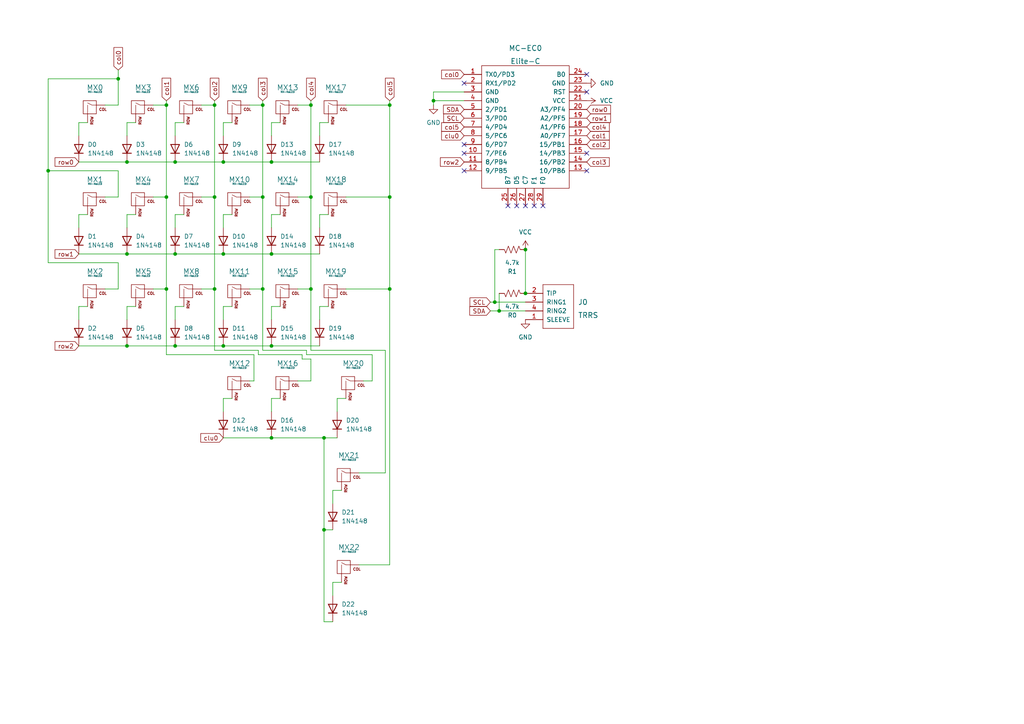
<source format=kicad_sch>
(kicad_sch (version 20211123) (generator eeschema)
  (paper "A4")
  (title_block (date "2022-05-15") (rev "0.0.1a") (comment 1 "A keyboard designed by Travis Rigg"))
  (lib_symbols
    (symbol "Device:R_US" (pin_numbers hide) (pin_names (offset 0))
      (property "Reference" "R" (at 2.54 0 90))
      (property "Value" "R_US" (at -2.54 0 90))
      (symbol "R_US_0_1"
        (polyline (pts (xy 0 -2.286) (xy 0 -2.54)))
        (polyline (pts (xy 0 2.286) (xy 0 2.54)))
        (polyline (pts (xy 0 -0.762) (xy 1.016 -1.143) (xy 0 -1.524) (xy -1.016 -1.905) (xy 0 -2.286)))
        (polyline (pts (xy 0 0.762) (xy 1.016 0.381) (xy 0 0) (xy -1.016 -0.381) (xy 0 -0.762)))
        (polyline (pts (xy 0 2.286) (xy 1.016 1.905) (xy 0 1.524) (xy -1.016 1.143) (xy 0 0.762)))
      )
      (symbol "R_US_1_1"
        (pin passive line (at 0 3.81 270) (length 1.27) (name "~") (number "1"))
        (pin passive line (at 0 -3.81 90) (length 1.27) (name "~") (number "2"))
      )
    )
    (symbol "Diode:1N4148" (pin_numbers hide) (pin_names (offset 1.016) hide)
      (property "Reference" "D" (at 0 2.54 0))
      (property "Value" "1N4148" (at 0 -2.54 0))
      (symbol "1N4148_0_1"
        (polyline (pts (xy -1.27 1.27) (xy -1.27 -1.27)) (stroke (width 0.254)))
        (polyline (pts (xy 1.27 0) (xy -1.27 0)))
        (polyline (pts (xy 1.27 1.27) (xy 1.27 -1.27) (xy -1.27 0) (xy 1.27 1.27)) (stroke (width 0.254)))
      )
      (symbol "1N4148_1_1"
        (pin passive line (at -3.81 0 0) (length 2.54) (name "K") (number "1"))
        (pin passive line (at 3.81 0 180) (length 2.54) (name "A") (number "2"))
      )
    )
    (symbol "MX_Alps_Hybrid:MX-NoLED" (pin_names (offset 1.016))
      (property "Reference" "MX" (at -0.635 3.81 0))
      (property "Value" "MX-NoLED" (at -0.635 1.27 0))
      (symbol "MX-NoLED_0_0"
        (rectangle (start -2.54 2.54) (end 1.27 -1.27))
        (polyline (pts (xy -1.27 -1.27) (xy -1.27 1.27)) (stroke (width 0.127)))
        (polyline (pts (xy 1.27 1.27) (xy 0 1.27) (xy -1.27 1.905)) (stroke (width 0.127)))
        (text "COL" (at 3.175 0 0) (effects (font (size 0.762 0.762))))
        (text "ROW" (at 0 -1.905 900) (effects (font (size 0.762 0.762)) (justify right)))
      )
      (symbol "MX-NoLED_1_1"
        (pin passive line (at 3.81 1.27 180) (length 2.54) (name "COL") (number "1"))
        (pin passive line (at -1.27 -3.81 90) (length 2.54) (name "ROW") (number "2"))
      )
    )
    (symbol "keebio:Elite-C" (pin_names (offset 1.016))
      (property "Reference" "U" (at 0 0 0))
      (property "Value" "Elite-C" (at 0 2.54 0))
      (symbol "Elite-C_0_1"
        (rectangle (start 12.7 -19.05) (end -12.7 16.51))
      )
      (symbol "Elite-C_1_1"
        (pin input line (at -17.78 13.97 0) (length 5.08) (name "TX0/PD3") (number "1"))
        (pin input line (at -17.78 -8.89 0) (length 5.08) (name "7/PE6") (number "10"))
        (pin input line (at -17.78 -11.43 0) (length 5.08) (name "8/PB4") (number "11"))
        (pin input line (at -17.78 -13.97 0) (length 5.08) (name "9/PB5") (number "12"))
        (pin input line (at 17.78 -13.97 180) (length 5.08) (name "10/PB6") (number "13"))
        (pin input line (at 17.78 -11.43 180) (length 5.08) (name "16/PB2") (number "14"))
        (pin input line (at 17.78 -8.89 180) (length 5.08) (name "14/PB3") (number "15"))
        (pin input line (at 17.78 -6.35 180) (length 5.08) (name "15/PB1") (number "16"))
        (pin input line (at 17.78 -3.81 180) (length 5.08) (name "A0/PF7") (number "17"))
        (pin input line (at 17.78 -1.27 180) (length 5.08) (name "A1/PF6") (number "18"))
        (pin input line (at 17.78 1.27 180) (length 5.08) (name "A2/PF5") (number "19"))
        (pin input line (at -17.78 11.43 0) (length 5.08) (name "RX1/PD2") (number "2"))
        (pin input line (at 17.78 3.81 180) (length 5.08) (name "A3/PF4") (number "20"))
        (pin input line (at 17.78 6.35 180) (length 5.08) (name "VCC") (number "21"))
        (pin input line (at 17.78 8.89 180) (length 5.08) (name "RST") (number "22"))
        (pin input line (at 17.78 11.43 180) (length 5.08) (name "GND") (number "23"))
        (pin input line (at 17.78 13.97 180) (length 5.08) (name "B0") (number "24"))
        (pin input line (at -5.08 -24.13 90) (length 5.08) (name "B7") (number "25"))
        (pin input line (at -2.54 -24.13 90) (length 5.08) (name "D5") (number "26"))
        (pin input line (at 0 -24.13 90) (length 5.08) (name "C7") (number "27"))
        (pin input line (at 2.54 -24.13 90) (length 5.08) (name "F1") (number "28"))
        (pin input line (at 5.08 -24.13 90) (length 5.08) (name "F0") (number "29"))
        (pin input line (at -17.78 8.89 0) (length 5.08) (name "GND") (number "3"))
        (pin input line (at -17.78 6.35 0) (length 5.08) (name "GND") (number "4"))
        (pin input line (at -17.78 3.81 0) (length 5.08) (name "2/PD1") (number "5"))
        (pin input line (at -17.78 1.27 0) (length 5.08) (name "3/PD0") (number "6"))
        (pin input line (at -17.78 -1.27 0) (length 5.08) (name "4/PD4") (number "7"))
        (pin input line (at -17.78 -3.81 0) (length 5.08) (name "5/PC6") (number "8"))
        (pin input line (at -17.78 -6.35 0) (length 5.08) (name "6/PD7") (number "9"))
      )
    )
    (symbol "keebio:TRRS" (pin_names (offset 1.016))
      (property "Reference" "U" (at 0 15.24 0))
      (property "Value" "TRRS" (at 0 -2.54 0))
      (symbol "TRRS_0_1"
        (rectangle (start -3.81 0) (end -3.81 12.7))
        (rectangle (start -3.81 12.7) (end 5.08 12.7))
        (rectangle (start 5.08 0) (end -3.81 0))
        (rectangle (start 5.08 12.7) (end 5.08 0))
      )
      (symbol "TRRS_1_1"
        (pin input line (at -8.89 2.54 0) (length 5.08) (name "SLEEVE") (number "1"))
        (pin input line (at -8.89 10.16 0) (length 5.08) (name "TIP") (number "2"))
        (pin input line (at -8.89 7.62 0) (length 5.08) (name "RING1") (number "3"))
        (pin input line (at -8.89 5.08 0) (length 5.08) (name "RING2") (number "4"))
      )
    )
    (symbol "power:GND" (power) (pin_names (offset 0))
      (property "Value" "GND" (at 0 -3.81 0))
      (symbol "GND_0_1"
        (polyline (pts (xy 0 0) (xy 0 -1.27) (xy 1.27 -1.27) (xy 0 -2.54) (xy -1.27 -1.27) (xy 0 -1.27)))
      )
      (symbol "GND_1_1"
        (pin power_in line (at 0 0 270) (length 0) hide (name "GND") (number "1"))
      )
    )
    (symbol "power:VCC" (power) (pin_names (offset 0))
      (property "Value" "VCC" (at 0 3.81 0))
      (symbol "VCC_0_1"
        (polyline (pts (xy -0.762 1.27) (xy 0 2.54)))
        (polyline (pts (xy 0 0) (xy 0 2.54)))
        (polyline (pts (xy 0 2.54) (xy 0.762 1.27)))
      )
      (symbol "VCC_1_1"
        (pin power_in line (at 0 0 90) (length 0) hide (name "VCC") (number "1"))
      )
    )
  )
  (junction (at 76.2 30.48))
  (junction (at 62.23 83.82))
  (junction (at 48.26 57.15))
  (junction (at 78.74 46.99))
  (junction (at 78.74 127))
  (junction (at 125.73 29.21))
  (junction (at 36.83 46.99))
  (junction (at 76.2 57.15))
  (junction (at 152.4 85.09))
  (junction (at 144.78 90.17))
  (junction (at 48.26 83.82))
  (junction (at 36.83 100.33))
  (junction (at 90.17 83.82))
  (junction (at 90.17 57.15))
  (junction (at 64.77 46.99))
  (junction (at 36.83 73.66))
  (junction (at 50.8 46.99))
  (junction (at 93.98 127))
  (junction (at 90.17 30.48))
  (junction (at 50.8 100.33))
  (junction (at 48.26 30.48))
  (junction (at 13.97 49.53))
  (junction (at 93.98 153.67))
  (junction (at 78.74 73.66))
  (junction (at 76.2 83.82))
  (junction (at 152.4 72.39))
  (junction (at 50.8 73.66))
  (junction (at 64.77 73.66))
  (junction (at 113.03 57.15))
  (junction (at 62.23 30.48))
  (junction (at 34.29 22.86))
  (junction (at 113.03 30.48))
  (junction (at 143.51 87.63))
  (junction (at 64.77 100.33))
  (junction (at 113.03 83.82))
  (junction (at 62.23 57.15))
  (junction (at 78.74 100.33))
  (no_connect (at 134.62 41.91))
  (no_connect (at 134.62 44.45))
  (no_connect (at 157.48 59.69))
  (no_connect (at 134.62 24.13))
  (no_connect (at 134.62 49.53))
  (no_connect (at 149.86 59.69))
  (no_connect (at 154.94 59.69))
  (no_connect (at 147.32 59.69))
  (no_connect (at 152.4 59.69))
  (no_connect (at 170.18 26.67))
  (no_connect (at 170.18 21.59))
  (no_connect (at 170.18 44.45))
  (no_connect (at 170.18 49.53))
  (wire (pts (xy 64.77 88.9) (xy 64.77 92.71)))
  (wire (pts (xy 39.37 62.23) (xy 36.83 62.23)))
  (wire (pts (xy 53.34 88.9) (xy 50.8 88.9)))
  (wire (pts (xy 144.78 85.09) (xy 144.78 90.17)))
  (wire (pts (xy 50.8 88.9) (xy 50.8 92.71)))
  (wire (pts (xy 97.79 115.57) (xy 97.79 119.38)))
  (wire (pts (xy 50.8 62.23) (xy 50.8 66.04)))
  (wire (pts (xy 50.8 73.66) (xy 64.77 73.66)))
  (wire (pts (xy 13.97 22.86) (xy 13.97 49.53)))
  (wire (pts (xy 34.29 22.86) (xy 34.29 30.48)))
  (wire (pts (xy 134.62 29.21) (xy 125.73 29.21)))
  (wire (pts (xy 113.03 83.82) (xy 113.03 163.83)))
  (wire (pts (xy 88.9 102.87) (xy 88.9 101.6)))
  (wire (pts (xy 62.23 29.21) (xy 62.23 30.48)))
  (wire (pts (xy 62.23 57.15) (xy 62.23 83.82)))
  (wire (pts (xy 72.39 110.49) (xy 73.66 110.49)))
  (wire (pts (xy 81.28 35.56) (xy 78.74 35.56)))
  (wire (pts (xy 78.74 115.57) (xy 78.74 119.38)))
  (wire (pts (xy 78.74 62.23) (xy 78.74 66.04)))
  (wire (pts (xy 36.83 35.56) (xy 36.83 39.37)))
  (wire (pts (xy 92.71 62.23) (xy 92.71 66.04)))
  (wire (pts (xy 72.39 30.48) (xy 76.2 30.48)))
  (wire (pts (xy 22.86 73.66) (xy 36.83 73.66)))
  (wire (pts (xy 78.74 35.56) (xy 78.74 39.37)))
  (wire (pts (xy 86.36 30.48) (xy 90.17 30.48)))
  (wire (pts (xy 67.31 62.23) (xy 64.77 62.23)))
  (wire (pts (xy 36.83 100.33) (xy 50.8 100.33)))
  (wire (pts (xy 144.78 90.17) (xy 152.4 90.17)))
  (wire (pts (xy 64.77 46.99) (xy 78.74 46.99)))
  (wire (pts (xy 64.77 62.23) (xy 64.77 66.04)))
  (wire (pts (xy 86.36 110.49) (xy 90.17 110.49)))
  (wire (pts (xy 22.86 46.99) (xy 36.83 46.99)))
  (wire (pts (xy 125.73 26.67) (xy 125.73 29.21)))
  (wire (pts (xy 111.76 137.16) (xy 111.76 101.6)))
  (wire (pts (xy 81.28 115.57) (xy 78.74 115.57)))
  (wire (pts (xy 48.26 57.15) (xy 48.26 83.82)))
  (wire (pts (xy 143.51 87.63) (xy 152.4 87.63)))
  (wire (pts (xy 48.26 83.82) (xy 44.45 83.82)))
  (wire (pts (xy 95.25 35.56) (xy 92.71 35.56)))
  (wire (pts (xy 96.52 168.91) (xy 96.52 172.72)))
  (wire (pts (xy 76.2 57.15) (xy 76.2 83.82)))
  (wire (pts (xy 99.06 168.91) (xy 96.52 168.91)))
  (wire (pts (xy 90.17 30.48) (xy 90.17 57.15)))
  (wire (pts (xy 67.31 115.57) (xy 64.77 115.57)))
  (wire (pts (xy 100.33 57.15) (xy 113.03 57.15)))
  (wire (pts (xy 78.74 88.9) (xy 78.74 92.71)))
  (wire (pts (xy 72.39 57.15) (xy 76.2 57.15)))
  (wire (pts (xy 62.23 101.6) (xy 62.23 83.82)))
  (wire (pts (xy 36.83 88.9) (xy 36.83 92.71)))
  (wire (pts (xy 44.45 30.48) (xy 48.26 30.48)))
  (wire (pts (xy 104.14 163.83) (xy 113.03 163.83)))
  (wire (pts (xy 144.78 72.39) (xy 143.51 72.39)))
  (wire (pts (xy 34.29 22.86) (xy 13.97 22.86)))
  (wire (pts (xy 105.41 110.49) (xy 107.95 110.49)))
  (wire (pts (xy 39.37 88.9) (xy 36.83 88.9)))
  (wire (pts (xy 25.4 62.23) (xy 22.86 62.23)))
  (wire (pts (xy 22.86 35.56) (xy 22.86 39.37)))
  (wire (pts (xy 58.42 57.15) (xy 62.23 57.15)))
  (wire (pts (xy 48.26 29.21) (xy 48.26 30.48)))
  (wire (pts (xy 81.28 62.23) (xy 78.74 62.23)))
  (wire (pts (xy 50.8 46.99) (xy 64.77 46.99)))
  (wire (pts (xy 67.31 88.9) (xy 64.77 88.9)))
  (wire (pts (xy 13.97 49.53) (xy 34.29 49.53)))
  (wire (pts (xy 36.83 73.66) (xy 50.8 73.66)))
  (wire (pts (xy 90.17 104.14) (xy 87.63 104.14)))
  (wire (pts (xy 76.2 101.6) (xy 76.2 83.82)))
  (wire (pts (xy 48.26 30.48) (xy 48.26 57.15)))
  (wire (pts (xy 104.14 137.16) (xy 111.76 137.16)))
  (wire (pts (xy 74.93 101.6) (xy 62.23 101.6)))
  (wire (pts (xy 88.9 101.6) (xy 76.2 101.6)))
  (wire (pts (xy 113.03 57.15) (xy 113.03 83.82)))
  (wire (pts (xy 50.8 35.56) (xy 50.8 39.37)))
  (wire (pts (xy 78.74 46.99) (xy 92.71 46.99)))
  (wire (pts (xy 30.48 30.48) (xy 34.29 30.48)))
  (wire (pts (xy 78.74 73.66) (xy 92.71 73.66)))
  (wire (pts (xy 76.2 29.21) (xy 76.2 30.48)))
  (wire (pts (xy 34.29 76.2) (xy 34.29 83.82)))
  (wire (pts (xy 86.36 83.82) (xy 90.17 83.82)))
  (wire (pts (xy 58.42 30.48) (xy 62.23 30.48)))
  (wire (pts (xy 95.25 88.9) (xy 92.71 88.9)))
  (wire (pts (xy 100.33 83.82) (xy 113.03 83.82)))
  (wire (pts (xy 152.4 72.39) (xy 152.4 85.09)))
  (wire (pts (xy 100.33 115.57) (xy 97.79 115.57)))
  (wire (pts (xy 62.23 30.48) (xy 62.23 57.15)))
  (wire (pts (xy 36.83 46.99) (xy 50.8 46.99)))
  (wire (pts (xy 64.77 127) (xy 78.74 127)))
  (wire (pts (xy 90.17 57.15) (xy 90.17 83.82)))
  (wire (pts (xy 90.17 101.6) (xy 90.17 83.82)))
  (wire (pts (xy 113.03 30.48) (xy 113.03 57.15)))
  (wire (pts (xy 34.29 49.53) (xy 34.29 57.15)))
  (wire (pts (xy 67.31 35.56) (xy 64.77 35.56)))
  (wire (pts (xy 107.95 110.49) (xy 107.95 102.87)))
  (wire (pts (xy 100.33 30.48) (xy 113.03 30.48)))
  (wire (pts (xy 50.8 100.33) (xy 64.77 100.33)))
  (wire (pts (xy 111.76 101.6) (xy 90.17 101.6)))
  (wire (pts (xy 76.2 30.48) (xy 76.2 57.15)))
  (wire (pts (xy 92.71 35.56) (xy 92.71 39.37)))
  (wire (pts (xy 36.83 62.23) (xy 36.83 66.04)))
  (wire (pts (xy 107.95 102.87) (xy 88.9 102.87)))
  (wire (pts (xy 44.45 57.15) (xy 48.26 57.15)))
  (wire (pts (xy 25.4 35.56) (xy 22.86 35.56)))
  (wire (pts (xy 93.98 180.34) (xy 93.98 153.67)))
  (wire (pts (xy 93.98 153.67) (xy 93.98 127)))
  (wire (pts (xy 73.66 102.87) (xy 48.26 102.87)))
  (wire (pts (xy 90.17 29.21) (xy 90.17 30.48)))
  (wire (pts (xy 99.06 142.24) (xy 96.52 142.24)))
  (wire (pts (xy 125.73 29.21) (xy 125.73 30.48)))
  (wire (pts (xy 78.74 100.33) (xy 92.71 100.33)))
  (wire (pts (xy 64.77 115.57) (xy 64.77 119.38)))
  (wire (pts (xy 64.77 73.66) (xy 78.74 73.66)))
  (wire (pts (xy 93.98 153.67) (xy 96.52 153.67)))
  (wire (pts (xy 22.86 62.23) (xy 22.86 66.04)))
  (wire (pts (xy 73.66 110.49) (xy 73.66 102.87)))
  (wire (pts (xy 64.77 35.56) (xy 64.77 39.37)))
  (wire (pts (xy 142.24 90.17) (xy 144.78 90.17)))
  (wire (pts (xy 113.03 29.21) (xy 113.03 30.48)))
  (wire (pts (xy 39.37 35.56) (xy 36.83 35.56)))
  (wire (pts (xy 87.63 102.87) (xy 74.93 102.87)))
  (wire (pts (xy 22.86 100.33) (xy 36.83 100.33)))
  (wire (pts (xy 74.93 102.87) (xy 74.93 101.6)))
  (wire (pts (xy 76.2 83.82) (xy 72.39 83.82)))
  (wire (pts (xy 62.23 83.82) (xy 58.42 83.82)))
  (wire (pts (xy 25.4 88.9) (xy 22.86 88.9)))
  (wire (pts (xy 22.86 88.9) (xy 22.86 92.71)))
  (wire (pts (xy 13.97 49.53) (xy 13.97 76.2)))
  (wire (pts (xy 53.34 62.23) (xy 50.8 62.23)))
  (wire (pts (xy 92.71 88.9) (xy 92.71 92.71)))
  (wire (pts (xy 93.98 127) (xy 97.79 127)))
  (wire (pts (xy 96.52 180.34) (xy 93.98 180.34)))
  (wire (pts (xy 34.29 83.82) (xy 30.48 83.82)))
  (wire (pts (xy 95.25 62.23) (xy 92.71 62.23)))
  (wire (pts (xy 34.29 20.32) (xy 34.29 22.86)))
  (wire (pts (xy 13.97 76.2) (xy 34.29 76.2)))
  (wire (pts (xy 86.36 57.15) (xy 90.17 57.15)))
  (wire (pts (xy 81.28 88.9) (xy 78.74 88.9)))
  (wire (pts (xy 142.24 87.63) (xy 143.51 87.63)))
  (wire (pts (xy 90.17 110.49) (xy 90.17 104.14)))
  (wire (pts (xy 143.51 72.39) (xy 143.51 87.63)))
  (wire (pts (xy 30.48 57.15) (xy 34.29 57.15)))
  (wire (pts (xy 96.52 142.24) (xy 96.52 146.05)))
  (wire (pts (xy 134.62 26.67) (xy 125.73 26.67)))
  (wire (pts (xy 53.34 35.56) (xy 50.8 35.56)))
  (wire (pts (xy 78.74 127) (xy 93.98 127)))
  (wire (pts (xy 48.26 102.87) (xy 48.26 83.82)))
  (wire (pts (xy 64.77 100.33) (xy 78.74 100.33)))
  (wire (pts (xy 87.63 104.14) (xy 87.63 102.87)))
  (global_label "col0" (shape input) (at 134.62 21.59 180) (property "Intersheet References" "${INTERSHEET_REFS}" (effects hide)))
  (global_label "col5" (shape input) (at 134.62 36.83 180) (property "Intersheet References" "${INTERSHEET_REFS}" (effects hide)))
  (global_label "SDA" (shape input) (at 142.24 90.17 180) (property "Intersheet References" "${INTERSHEET_REFS}" (effects hide)))
  (global_label "row1" (shape input) (at 22.86 73.66 180) (property "Intersheet References" "${INTERSHEET_REFS}" (effects hide)))
  (global_label "col4" (shape input) (at 170.18 36.83 0) (property "Intersheet References" "${INTERSHEET_REFS}" (effects hide)))
  (global_label "col2" (shape input) (at 170.18 41.91 0) (property "Intersheet References" "${INTERSHEET_REFS}" (effects hide)))
  (global_label "row1" (shape input) (at 170.18 34.29 0) (property "Intersheet References" "${INTERSHEET_REFS}" (effects hide)))
  (global_label "SCL" (shape input) (at 134.62 34.29 180) (property "Intersheet References" "${INTERSHEET_REFS}" (effects hide)))
  (global_label "col0" (shape input) (at 34.29 20.32 90) (property "Intersheet References" "${INTERSHEET_REFS}" (effects hide)))
  (global_label "row2" (shape input) (at 134.62 46.99 180) (property "Intersheet References" "${INTERSHEET_REFS}" (effects hide)))
  (global_label "row0" (shape input) (at 170.18 31.75 0) (property "Intersheet References" "${INTERSHEET_REFS}" (effects hide)))
  (global_label "col1" (shape input) (at 170.18 39.37 0) (property "Intersheet References" "${INTERSHEET_REFS}" (effects hide)))
  (global_label "col5" (shape input) (at 113.03 29.21 90) (property "Intersheet References" "${INTERSHEET_REFS}" (effects hide)))
  (global_label "SCL" (shape input) (at 142.24 87.63 180) (property "Intersheet References" "${INTERSHEET_REFS}" (effects hide)))
  (global_label "col4" (shape input) (at 90.17 29.21 90) (property "Intersheet References" "${INTERSHEET_REFS}" (effects hide)))
  (global_label "row0" (shape input) (at 22.86 46.99 180) (property "Intersheet References" "${INTERSHEET_REFS}" (effects hide)))
  (global_label "row2" (shape input) (at 22.86 100.33 180) (property "Intersheet References" "${INTERSHEET_REFS}" (effects hide)))
  (global_label "SDA" (shape input) (at 134.62 31.75 180) (property "Intersheet References" "${INTERSHEET_REFS}" (effects hide)))
  (global_label "clu0" (shape input) (at 134.62 39.37 180) (property "Intersheet References" "${INTERSHEET_REFS}" (effects hide)))
  (global_label "col1" (shape input) (at 48.26 29.21 90) (property "Intersheet References" "${INTERSHEET_REFS}" (effects hide)))
  (global_label "col3" (shape input) (at 76.2 29.21 90) (property "Intersheet References" "${INTERSHEET_REFS}" (effects hide)))
  (global_label "col2" (shape input) (at 62.23 29.21 90) (property "Intersheet References" "${INTERSHEET_REFS}" (effects hide)))
  (global_label "clu0" (shape input) (at 64.77 127 180) (property "Intersheet References" "${INTERSHEET_REFS}" (effects hide)))
  (global_label "col3" (shape input) (at 170.18 46.99 0) (property "Intersheet References" "${INTERSHEET_REFS}" (effects hide)))
  (symbol (lib_id "keebio:Elite-C") (at 152.4 35.56 0) (unit 1)
    (property "Reference" "MC-EC0" (at 152.4 13.97 0) (effects (font (size 1.524 1.524))))
    (property "Value" "Elite-C" (at 152.4 17.78 0) (effects (font (size 1.524 1.524))))
    (property "Footprint" "Keebio-Parts:Elite-C-castellated-29pin-holes" (effects hide))
  )
  (symbol (lib_id "Diode:1N4148") (at 92.71 43.18 90) (unit 1)
    (property "Reference" "D17" (at 95.25 41.9099 90) (effects (justify right)))
    (property "Value" "1N4148" (at 95.25 44.4499 90) (effects (justify right)))
    (property "Footprint" "Keebio-Parts:Diode-dual" (effects hide))
    (property "Datasheet" "https://assets.nexperia.com/documents/data-sheet/1N4148_1N4448.pdf" (effects hide))
  )
  (symbol (lib_id "MX_Alps_Hybrid:MX-NoLED") (at 40.64 31.75 0) (unit 1)
    (property "Reference" "MX3" (at 41.5256 25.4 0) (effects (font (size 1.524 1.524))))
    (property "Value" "MX-NoLED" (at 41.5256 26.67 0) (effects (font (size 0.508 0.508))))
    (property "Footprint" "keyswitches:SW_MX_reversible" (effects hide))
  )
  (symbol (lib_id "MX_Alps_Hybrid:MX-NoLED") (at 40.64 85.09 0) (unit 1)
    (property "Reference" "MX5" (at 41.5256 78.74 0) (effects (font (size 1.524 1.524))))
    (property "Value" "MX-NoLED" (at 41.5256 80.01 0) (effects (font (size 0.508 0.508))))
    (property "Footprint" "keyswitches:SW_MX_reversible" (effects hide))
  )
  (symbol (lib_id "Diode:1N4148") (at 64.77 96.52 90) (unit 1)
    (property "Reference" "D11" (at 67.31 95.2499 90) (effects (justify right)))
    (property "Value" "1N4148" (at 67.31 97.7899 90) (effects (justify right)))
    (property "Footprint" "Keebio-Parts:Diode-dual" (effects hide))
    (property "Datasheet" "https://assets.nexperia.com/documents/data-sheet/1N4148_1N4448.pdf" (effects hide))
  )
  (symbol (lib_id "Diode:1N4148") (at 97.79 123.19 90) (unit 1)
    (property "Reference" "D20" (at 100.33 121.9199 90) (effects (justify right)))
    (property "Value" "1N4148" (at 100.33 124.4599 90) (effects (justify right)))
    (property "Footprint" "Keebio-Parts:Diode-dual" (effects hide))
    (property "Datasheet" "https://assets.nexperia.com/documents/data-sheet/1N4148_1N4448.pdf" (effects hide))
  )
  (symbol (lib_id "MX_Alps_Hybrid:MX-NoLED") (at 82.55 85.09 0) (unit 1)
    (property "Reference" "MX15" (at 83.4356 78.74 0) (effects (font (size 1.524 1.524))))
    (property "Value" "MX-NoLED" (at 83.4356 80.01 0) (effects (font (size 0.508 0.508))))
    (property "Footprint" "keyswitches:SW_MX_reversible" (effects hide))
  )
  (symbol (lib_id "Device:R_US") (at 148.59 72.39 90) (mirror x) (unit 1)
    (property "Reference" "R1" (at 148.59 78.74 90))
    (property "Value" "4.7k" (at 148.59 76.2 90))
    (property "Footprint" "Resistor_THT:R_Axial_DIN0207_L6.3mm_D2.5mm_P15.24mm_Horizontal" (effects hide))
  )
  (symbol (lib_id "MX_Alps_Hybrid:MX-NoLED") (at 54.61 85.09 0) (unit 1)
    (property "Reference" "MX8" (at 55.4956 78.74 0) (effects (font (size 1.524 1.524))))
    (property "Value" "MX-NoLED" (at 55.4956 80.01 0) (effects (font (size 0.508 0.508))))
    (property "Footprint" "keyswitches:SW_MX_reversible" (effects hide))
  )
  (symbol (lib_id "Diode:1N4148") (at 78.74 43.18 90) (unit 1)
    (property "Reference" "D13" (at 81.28 41.9099 90) (effects (justify right)))
    (property "Value" "1N4148" (at 81.28 44.4499 90) (effects (justify right)))
    (property "Footprint" "Keebio-Parts:Diode-dual" (effects hide))
    (property "Datasheet" "https://assets.nexperia.com/documents/data-sheet/1N4148_1N4448.pdf" (effects hide))
  )
  (symbol (lib_id "MX_Alps_Hybrid:MX-NoLED") (at 100.33 165.1 0) (unit 1)
    (property "Reference" "MX22" (at 101.2156 158.75 0) (effects (font (size 1.524 1.524))))
    (property "Value" "MX-NoLED" (at 101.2156 160.02 0) (effects (font (size 0.508 0.508))))
    (property "Footprint" "keyswitches:SW_MX_reversible" (effects hide))
  )
  (symbol (lib_id "Diode:1N4148") (at 36.83 69.85 90) (unit 1)
    (property "Reference" "D4" (at 39.37 68.5799 90) (effects (justify right)))
    (property "Value" "1N4148" (at 39.37 71.1199 90) (effects (justify right)))
    (property "Footprint" "Keebio-Parts:Diode-dual" (effects hide))
    (property "Datasheet" "https://assets.nexperia.com/documents/data-sheet/1N4148_1N4448.pdf" (effects hide))
  )
  (symbol (lib_id "power:VCC") (at 170.18 29.21 270) (mirror x) (unit 1)
    (property "Reference" "#PWR0101" (effects hide))
    (property "Value" "VCC" (at 173.99 29.2099 90) (effects (justify left)))
  )
  (symbol (lib_id "MX_Alps_Hybrid:MX-NoLED") (at 40.64 58.42 0) (unit 1)
    (property "Reference" "MX4" (at 41.5256 52.07 0) (effects (font (size 1.524 1.524))))
    (property "Value" "MX-NoLED" (at 41.5256 53.34 0) (effects (font (size 0.508 0.508))))
    (property "Footprint" "keyswitches:SW_MX_reversible" (effects hide))
  )
  (symbol (lib_id "MX_Alps_Hybrid:MX-NoLED") (at 82.55 31.75 0) (unit 1)
    (property "Reference" "MX13" (at 83.4356 25.4 0) (effects (font (size 1.524 1.524))))
    (property "Value" "MX-NoLED" (at 83.4356 26.67 0) (effects (font (size 0.508 0.508))))
    (property "Footprint" "keyswitches:SW_MX_reversible" (effects hide))
  )
  (symbol (lib_id "MX_Alps_Hybrid:MX-NoLED") (at 54.61 31.75 0) (unit 1)
    (property "Reference" "MX6" (at 55.4956 25.4 0) (effects (font (size 1.524 1.524))))
    (property "Value" "MX-NoLED" (at 55.4956 26.67 0) (effects (font (size 0.508 0.508))))
    (property "Footprint" "keyswitches:SW_MX_reversible" (effects hide))
  )
  (symbol (lib_id "Diode:1N4148") (at 50.8 96.52 90) (unit 1)
    (property "Reference" "D8" (at 53.34 95.2499 90) (effects (justify right)))
    (property "Value" "1N4148" (at 53.34 97.7899 90) (effects (justify right)))
    (property "Footprint" "Keebio-Parts:Diode-dual" (effects hide))
    (property "Datasheet" "https://assets.nexperia.com/documents/data-sheet/1N4148_1N4448.pdf" (effects hide))
  )
  (symbol (lib_id "MX_Alps_Hybrid:MX-NoLED") (at 26.67 85.09 0) (unit 1)
    (property "Reference" "MX2" (at 27.5556 78.74 0) (effects (font (size 1.524 1.524))))
    (property "Value" "MX-NoLED" (at 27.5556 80.01 0) (effects (font (size 0.508 0.508))))
    (property "Footprint" "keyswitches:SW_MX_reversible" (effects hide))
  )
  (symbol (lib_id "Diode:1N4148") (at 78.74 123.19 90) (unit 1)
    (property "Reference" "D16" (at 81.28 121.9199 90) (effects (justify right)))
    (property "Value" "1N4148" (at 81.28 124.4599 90) (effects (justify right)))
    (property "Footprint" "Keebio-Parts:Diode-dual" (effects hide))
    (property "Datasheet" "https://assets.nexperia.com/documents/data-sheet/1N4148_1N4448.pdf" (effects hide))
  )
  (symbol (lib_id "Device:R_US") (at 148.59 85.09 90) (mirror x) (unit 1)
    (property "Reference" "R0" (at 148.59 91.44 90))
    (property "Value" "4.7k" (at 148.59 88.9 90))
    (property "Footprint" "Resistor_THT:R_Axial_DIN0207_L6.3mm_D2.5mm_P15.24mm_Horizontal" (effects hide))
  )
  (symbol (lib_id "power:GND") (at 125.73 30.48 0) (unit 1)
    (property "Reference" "#PWR0104" (effects hide))
    (property "Value" "GND" (at 125.73 35.56 0))
  )
  (symbol (lib_id "Diode:1N4148") (at 78.74 69.85 90) (unit 1)
    (property "Reference" "D14" (at 81.28 68.5799 90) (effects (justify right)))
    (property "Value" "1N4148" (at 81.28 71.1199 90) (effects (justify right)))
    (property "Footprint" "Keebio-Parts:Diode-dual" (effects hide))
    (property "Datasheet" "https://assets.nexperia.com/documents/data-sheet/1N4148_1N4448.pdf" (effects hide))
  )
  (symbol (lib_id "Diode:1N4148") (at 22.86 43.18 90) (unit 1)
    (property "Reference" "D0" (at 25.4 41.9099 90) (effects (justify right)))
    (property "Value" "1N4148" (at 25.4 44.4499 90) (effects (justify right)))
    (property "Footprint" "Keebio-Parts:Diode-dual" (effects hide))
    (property "Datasheet" "https://assets.nexperia.com/documents/data-sheet/1N4148_1N4448.pdf" (effects hide))
  )
  (symbol (lib_id "MX_Alps_Hybrid:MX-NoLED") (at 96.52 31.75 0) (unit 1)
    (property "Reference" "MX17" (at 97.4056 25.4 0) (effects (font (size 1.524 1.524))))
    (property "Value" "MX-NoLED" (at 97.4056 26.67 0) (effects (font (size 0.508 0.508))))
    (property "Footprint" "keyswitches:SW_MX_reversible" (effects hide))
  )
  (symbol (lib_id "Diode:1N4148") (at 92.71 96.52 90) (unit 1)
    (property "Reference" "D19" (at 95.25 95.2499 90) (effects (justify right)))
    (property "Value" "1N4148" (at 95.25 97.7899 90) (effects (justify right)))
    (property "Footprint" "Keebio-Parts:Diode-dual" (effects hide))
    (property "Datasheet" "https://assets.nexperia.com/documents/data-sheet/1N4148_1N4448.pdf" (effects hide))
  )
  (symbol (lib_id "Diode:1N4148") (at 50.8 69.85 90) (unit 1)
    (property "Reference" "D7" (at 53.34 68.5799 90) (effects (justify right)))
    (property "Value" "1N4148" (at 53.34 71.1199 90) (effects (justify right)))
    (property "Footprint" "Keebio-Parts:Diode-dual" (effects hide))
    (property "Datasheet" "https://assets.nexperia.com/documents/data-sheet/1N4148_1N4448.pdf" (effects hide))
  )
  (symbol (lib_id "Diode:1N4148") (at 22.86 69.85 90) (unit 1)
    (property "Reference" "D1" (at 25.4 68.5799 90) (effects (justify right)))
    (property "Value" "1N4148" (at 25.4 71.1199 90) (effects (justify right)))
    (property "Footprint" "Keebio-Parts:Diode-dual" (effects hide))
    (property "Datasheet" "https://assets.nexperia.com/documents/data-sheet/1N4148_1N4448.pdf" (effects hide))
  )
  (symbol (lib_id "Diode:1N4148") (at 78.74 96.52 90) (unit 1)
    (property "Reference" "D15" (at 81.28 95.2499 90) (effects (justify right)))
    (property "Value" "1N4148" (at 81.28 97.7899 90) (effects (justify right)))
    (property "Footprint" "Keebio-Parts:Diode-dual" (effects hide))
    (property "Datasheet" "https://assets.nexperia.com/documents/data-sheet/1N4148_1N4448.pdf" (effects hide))
  )
  (symbol (lib_id "MX_Alps_Hybrid:MX-NoLED") (at 100.33 138.43 0) (unit 1)
    (property "Reference" "MX21" (at 101.2156 132.08 0) (effects (font (size 1.524 1.524))))
    (property "Value" "MX-NoLED" (at 101.2156 133.35 0) (effects (font (size 0.508 0.508))))
    (property "Footprint" "keyswitches:SW_MX_reversible" (effects hide))
  )
  (symbol (lib_id "MX_Alps_Hybrid:MX-NoLED") (at 26.67 58.42 0) (unit 1)
    (property "Reference" "MX1" (at 27.5556 52.07 0) (effects (font (size 1.524 1.524))))
    (property "Value" "MX-NoLED" (at 27.5556 53.34 0) (effects (font (size 0.508 0.508))))
    (property "Footprint" "keyswitches:SW_MX_reversible" (effects hide))
  )
  (symbol (lib_id "MX_Alps_Hybrid:MX-NoLED") (at 82.55 58.42 0) (unit 1)
    (property "Reference" "MX14" (at 83.4356 52.07 0) (effects (font (size 1.524 1.524))))
    (property "Value" "MX-NoLED" (at 83.4356 53.34 0) (effects (font (size 0.508 0.508))))
    (property "Footprint" "keyswitches:SW_MX_reversible" (effects hide))
  )
  (symbol (lib_id "Diode:1N4148") (at 50.8 43.18 90) (unit 1)
    (property "Reference" "D6" (at 53.34 41.9099 90) (effects (justify right)))
    (property "Value" "1N4148" (at 53.34 44.4499 90) (effects (justify right)))
    (property "Footprint" "Keebio-Parts:Diode-dual" (effects hide))
    (property "Datasheet" "https://assets.nexperia.com/documents/data-sheet/1N4148_1N4448.pdf" (effects hide))
  )
  (symbol (lib_id "power:VCC") (at 152.4 72.39 0) (unit 1)
    (property "Reference" "#PWR0105" (effects hide))
    (property "Value" "VCC" (at 152.4 67.31 0))
  )
  (symbol (lib_id "MX_Alps_Hybrid:MX-NoLED") (at 68.58 85.09 0) (unit 1)
    (property "Reference" "MX11" (at 69.4656 78.74 0) (effects (font (size 1.524 1.524))))
    (property "Value" "MX-NoLED" (at 69.4656 80.01 0) (effects (font (size 0.508 0.508))))
    (property "Footprint" "keyswitches:SW_MX_reversible" (effects hide))
  )
  (symbol (lib_id "Diode:1N4148") (at 36.83 96.52 90) (unit 1)
    (property "Reference" "D5" (at 39.37 95.2499 90) (effects (justify right)))
    (property "Value" "1N4148" (at 39.37 97.7899 90) (effects (justify right)))
    (property "Footprint" "Keebio-Parts:Diode-dual" (effects hide))
    (property "Datasheet" "https://assets.nexperia.com/documents/data-sheet/1N4148_1N4448.pdf" (effects hide))
  )
  (symbol (lib_id "keebio:TRRS") (at 161.29 95.25 0) (unit 1)
    (property "Reference" "J0" (at 167.64 87.63 0) (effects (font (size 1.524 1.524)) (justify left)))
    (property "Value" "TRRS" (at 167.64 91.44 0) (effects (font (size 1.524 1.524)) (justify left)))
    (property "Footprint" "Keebio-Parts:TRRS-PJ-320A-dual" (effects hide))
  )
  (symbol (lib_id "MX_Alps_Hybrid:MX-NoLED") (at 68.58 31.75 0) (unit 1)
    (property "Reference" "MX9" (at 69.4656 25.4 0) (effects (font (size 1.524 1.524))))
    (property "Value" "MX-NoLED" (at 69.4656 26.67 0) (effects (font (size 0.508 0.508))))
    (property "Footprint" "keyswitches:SW_MX_reversible" (effects hide))
  )
  (symbol (lib_id "Diode:1N4148") (at 92.71 69.85 90) (unit 1)
    (property "Reference" "D18" (at 95.25 68.5799 90) (effects (justify right)))
    (property "Value" "1N4148" (at 95.25 71.1199 90) (effects (justify right)))
    (property "Footprint" "Keebio-Parts:Diode-dual" (effects hide))
    (property "Datasheet" "https://assets.nexperia.com/documents/data-sheet/1N4148_1N4448.pdf" (effects hide))
  )
  (symbol (lib_id "Diode:1N4148") (at 64.77 43.18 90) (unit 1)
    (property "Reference" "D9" (at 67.31 41.9099 90) (effects (justify right)))
    (property "Value" "1N4148" (at 67.31 44.4499 90) (effects (justify right)))
    (property "Footprint" "Keebio-Parts:Diode-dual" (effects hide))
    (property "Datasheet" "https://assets.nexperia.com/documents/data-sheet/1N4148_1N4448.pdf" (effects hide))
  )
  (symbol (lib_id "MX_Alps_Hybrid:MX-NoLED") (at 82.55 111.76 0) (unit 1)
    (property "Reference" "MX16" (at 83.4356 105.41 0) (effects (font (size 1.524 1.524))))
    (property "Value" "MX-NoLED" (at 83.4356 106.68 0) (effects (font (size 0.508 0.508))))
    (property "Footprint" "keyswitches:SW_MX_reversible" (effects hide))
  )
  (symbol (lib_id "Diode:1N4148") (at 64.77 123.19 90) (unit 1)
    (property "Reference" "D12" (at 67.31 121.9199 90) (effects (justify right)))
    (property "Value" "1N4148" (at 67.31 124.4599 90) (effects (justify right)))
    (property "Footprint" "Keebio-Parts:Diode-dual" (effects hide))
    (property "Datasheet" "https://assets.nexperia.com/documents/data-sheet/1N4148_1N4448.pdf" (effects hide))
  )
  (symbol (lib_id "Diode:1N4148") (at 64.77 69.85 90) (unit 1)
    (property "Reference" "D10" (at 67.31 68.5799 90) (effects (justify right)))
    (property "Value" "1N4148" (at 67.31 71.1199 90) (effects (justify right)))
    (property "Footprint" "Keebio-Parts:Diode-dual" (effects hide))
    (property "Datasheet" "https://assets.nexperia.com/documents/data-sheet/1N4148_1N4448.pdf" (effects hide))
  )
  (symbol (lib_id "MX_Alps_Hybrid:MX-NoLED") (at 54.61 58.42 0) (unit 1)
    (property "Reference" "MX7" (at 55.4956 52.07 0) (effects (font (size 1.524 1.524))))
    (property "Value" "MX-NoLED" (at 55.4956 53.34 0) (effects (font (size 0.508 0.508))))
    (property "Footprint" "keyswitches:SW_MX_reversible" (effects hide))
  )
  (symbol (lib_id "Diode:1N4148") (at 22.86 96.52 90) (unit 1)
    (property "Reference" "D2" (at 25.4 95.2499 90) (effects (justify right)))
    (property "Value" "1N4148" (at 25.4 97.7899 90) (effects (justify right)))
    (property "Footprint" "Keebio-Parts:Diode-dual" (effects hide))
    (property "Datasheet" "https://assets.nexperia.com/documents/data-sheet/1N4148_1N4448.pdf" (effects hide))
  )
  (symbol (lib_id "MX_Alps_Hybrid:MX-NoLED") (at 68.58 111.76 0) (unit 1)
    (property "Reference" "MX12" (at 69.4656 105.41 0) (effects (font (size 1.524 1.524))))
    (property "Value" "MX-NoLED" (at 69.4656 106.68 0) (effects (font (size 0.508 0.508))))
    (property "Footprint" "keyswitches:SW_MX_reversible" (effects hide))
  )
  (symbol (lib_id "power:GND") (at 170.18 24.13 90) (unit 1)
    (property "Reference" "#PWR0102" (effects hide))
    (property "Value" "GND" (at 173.99 24.1299 90) (effects (justify right)))
  )
  (symbol (lib_id "power:GND") (at 152.4 92.71 0) (unit 1)
    (property "Reference" "#PWR0103" (effects hide))
    (property "Value" "GND" (at 152.4 97.79 0))
  )
  (symbol (lib_id "Diode:1N4148") (at 36.83 43.18 90) (unit 1)
    (property "Reference" "D3" (at 39.37 41.9099 90) (effects (justify right)))
    (property "Value" "1N4148" (at 39.37 44.4499 90) (effects (justify right)))
    (property "Footprint" "Keebio-Parts:Diode-dual" (effects hide))
    (property "Datasheet" "https://assets.nexperia.com/documents/data-sheet/1N4148_1N4448.pdf" (effects hide))
  )
  (symbol (lib_id "MX_Alps_Hybrid:MX-NoLED") (at 96.52 85.09 0) (unit 1)
    (property "Reference" "MX19" (at 97.4056 78.74 0) (effects (font (size 1.524 1.524))))
    (property "Value" "MX-NoLED" (at 97.4056 80.01 0) (effects (font (size 0.508 0.508))))
    (property "Footprint" "keyswitches:SW_MX_reversible" (effects hide))
  )
  (symbol (lib_id "Diode:1N4148") (at 96.52 149.86 90) (unit 1)
    (property "Reference" "D21" (at 99.06 148.5899 90) (effects (justify right)))
    (property "Value" "1N4148" (at 99.06 151.1299 90) (effects (justify right)))
    (property "Footprint" "Keebio-Parts:Diode-dual" (effects hide))
    (property "Datasheet" "https://assets.nexperia.com/documents/data-sheet/1N4148_1N4448.pdf" (effects hide))
  )
  (symbol (lib_id "MX_Alps_Hybrid:MX-NoLED") (at 68.58 58.42 0) (unit 1)
    (property "Reference" "MX10" (at 69.4656 52.07 0) (effects (font (size 1.524 1.524))))
    (property "Value" "MX-NoLED" (at 69.4656 53.34 0) (effects (font (size 0.508 0.508))))
    (property "Footprint" "keyswitches:SW_MX_reversible" (effects hide))
  )
  (symbol (lib_id "MX_Alps_Hybrid:MX-NoLED") (at 96.52 58.42 0) (unit 1)
    (property "Reference" "MX18" (at 97.4056 52.07 0) (effects (font (size 1.524 1.524))))
    (property "Value" "MX-NoLED" (at 97.4056 53.34 0) (effects (font (size 0.508 0.508))))
    (property "Footprint" "keyswitches:SW_MX_reversible" (effects hide))
  )
  (symbol (lib_id "MX_Alps_Hybrid:MX-NoLED") (at 26.67 31.75 0) (unit 1)
    (property "Reference" "MX0" (at 27.5556 25.4 0) (effects (font (size 1.524 1.524))))
    (property "Value" "MX-NoLED" (at 27.5556 26.67 0) (effects (font (size 0.508 0.508))))
    (property "Footprint" "keyswitches:SW_MX_reversible" (effects hide))
  )
  (symbol (lib_id "Diode:1N4148") (at 96.52 176.53 90) (unit 1)
    (property "Reference" "D22" (at 99.06 175.2599 90) (effects (justify right)))
    (property "Value" "1N4148" (at 99.06 177.7999 90) (effects (justify right)))
    (property "Footprint" "Keebio-Parts:Diode-dual" (effects hide))
    (property "Datasheet" "https://assets.nexperia.com/documents/data-sheet/1N4148_1N4448.pdf" (effects hide))
  )
  (symbol (lib_id "MX_Alps_Hybrid:MX-NoLED") (at 101.6 111.76 0) (unit 1)
    (property "Reference" "MX20" (at 102.4856 105.41 0) (effects (font (size 1.524 1.524))))
    (property "Value" "MX-NoLED" (at 102.4856 106.68 0) (effects (font (size 0.508 0.508))))
    (property "Footprint" "keyswitches:SW_MX_reversible" (effects hide))
  )
)
</source>
